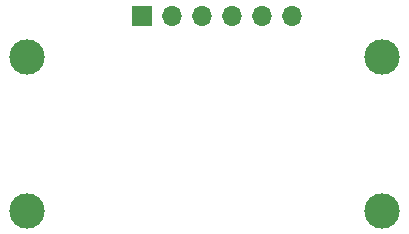
<source format=gbs>
%TF.GenerationSoftware,KiCad,Pcbnew,(6.0.10)*%
%TF.CreationDate,2023-02-17T01:50:08+01:00*%
%TF.ProjectId,haut,68617574-2e6b-4696-9361-645f70636258,rev?*%
%TF.SameCoordinates,Original*%
%TF.FileFunction,Soldermask,Bot*%
%TF.FilePolarity,Negative*%
%FSLAX46Y46*%
G04 Gerber Fmt 4.6, Leading zero omitted, Abs format (unit mm)*
G04 Created by KiCad (PCBNEW (6.0.10)) date 2023-02-17 01:50:08*
%MOMM*%
%LPD*%
G01*
G04 APERTURE LIST*
%ADD10R,1.700000X1.700000*%
%ADD11O,1.700000X1.700000*%
%ADD12C,3.000000*%
G04 APERTURE END LIST*
D10*
%TO.C,J2*%
X95675000Y-73475000D03*
D11*
X98215000Y-73475000D03*
X100755000Y-73475000D03*
X103295000Y-73475000D03*
X105835000Y-73475000D03*
X108375000Y-73475000D03*
%TD*%
D12*
%TO.C,REF\u002A\u002A*%
X116000000Y-77000000D03*
%TD*%
%TO.C,REF\u002A\u002A*%
X86000000Y-90000000D03*
%TD*%
%TO.C,REF\u002A\u002A*%
X86000000Y-77000000D03*
%TD*%
%TO.C,REF\u002A\u002A*%
X116000000Y-90000000D03*
%TD*%
M02*

</source>
